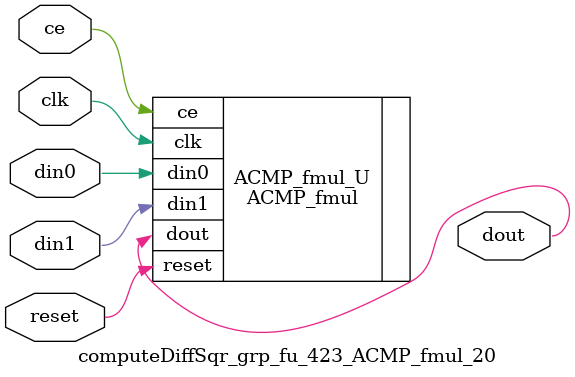
<source format=v>

`timescale 1 ns / 1 ps
module computeDiffSqr_grp_fu_423_ACMP_fmul_20(
    clk,
    reset,
    ce,
    din0,
    din1,
    dout);

parameter ID = 32'd1;
parameter NUM_STAGE = 32'd1;
parameter din0_WIDTH = 32'd1;
parameter din1_WIDTH = 32'd1;
parameter dout_WIDTH = 32'd1;
input clk;
input reset;
input ce;
input[din0_WIDTH - 1:0] din0;
input[din1_WIDTH - 1:0] din1;
output[dout_WIDTH - 1:0] dout;



ACMP_fmul #(
.ID( ID ),
.NUM_STAGE( 4 ),
.din0_WIDTH( din0_WIDTH ),
.din1_WIDTH( din1_WIDTH ),
.dout_WIDTH( dout_WIDTH ))
ACMP_fmul_U(
    .clk( clk ),
    .reset( reset ),
    .ce( ce ),
    .din0( din0 ),
    .din1( din1 ),
    .dout( dout ));

endmodule

</source>
